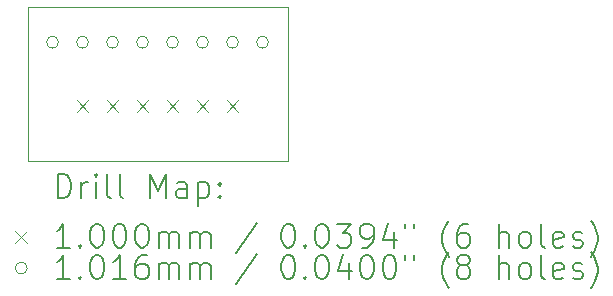
<source format=gbr>
%FSLAX45Y45*%
G04 Gerber Fmt 4.5, Leading zero omitted, Abs format (unit mm)*
G04 Created by KiCad (PCBNEW 6.0.1-79c1e3a40b~116~ubuntu20.04.1) date 2022-02-02 00:48:09*
%MOMM*%
%LPD*%
G01*
G04 APERTURE LIST*
%TA.AperFunction,Profile*%
%ADD10C,0.100000*%
%TD*%
%ADD11C,0.200000*%
%ADD12C,0.100000*%
%ADD13C,0.101600*%
G04 APERTURE END LIST*
D10*
X4813000Y-6428097D02*
X7013000Y-6428097D01*
X4812919Y-6426492D02*
X4813000Y-6428097D01*
X7012174Y-5127100D02*
X7013000Y-6428097D01*
X4813193Y-5127390D02*
X4812900Y-5128097D01*
X7012174Y-5127100D02*
X4813900Y-5127097D01*
X4812900Y-5128097D02*
X4812919Y-6426492D01*
X4813900Y-5127097D02*
X4813193Y-5127390D01*
D11*
D12*
X5226000Y-5916000D02*
X5326000Y-6016000D01*
X5326000Y-5916000D02*
X5226000Y-6016000D01*
X5480000Y-5916000D02*
X5580000Y-6016000D01*
X5580000Y-5916000D02*
X5480000Y-6016000D01*
X5734000Y-5916000D02*
X5834000Y-6016000D01*
X5834000Y-5916000D02*
X5734000Y-6016000D01*
X5988000Y-5916000D02*
X6088000Y-6016000D01*
X6088000Y-5916000D02*
X5988000Y-6016000D01*
X6242000Y-5916000D02*
X6342000Y-6016000D01*
X6342000Y-5916000D02*
X6242000Y-6016000D01*
X6496000Y-5916000D02*
X6596000Y-6016000D01*
X6596000Y-5916000D02*
X6496000Y-6016000D01*
D13*
X5072800Y-5425197D02*
G75*
G03*
X5072800Y-5425197I-50800J0D01*
G01*
X5326800Y-5425197D02*
G75*
G03*
X5326800Y-5425197I-50800J0D01*
G01*
X5580800Y-5425197D02*
G75*
G03*
X5580800Y-5425197I-50800J0D01*
G01*
X5834800Y-5425197D02*
G75*
G03*
X5834800Y-5425197I-50800J0D01*
G01*
X6088800Y-5425197D02*
G75*
G03*
X6088800Y-5425197I-50800J0D01*
G01*
X6342800Y-5425197D02*
G75*
G03*
X6342800Y-5425197I-50800J0D01*
G01*
X6596800Y-5425197D02*
G75*
G03*
X6596800Y-5425197I-50800J0D01*
G01*
X6850800Y-5425197D02*
G75*
G03*
X6850800Y-5425197I-50800J0D01*
G01*
D11*
X5065519Y-6743573D02*
X5065519Y-6543573D01*
X5113138Y-6543573D01*
X5141710Y-6553097D01*
X5160757Y-6572144D01*
X5170281Y-6591192D01*
X5179805Y-6629287D01*
X5179805Y-6657859D01*
X5170281Y-6695954D01*
X5160757Y-6715002D01*
X5141710Y-6734049D01*
X5113138Y-6743573D01*
X5065519Y-6743573D01*
X5265519Y-6743573D02*
X5265519Y-6610240D01*
X5265519Y-6648335D02*
X5275043Y-6629287D01*
X5284567Y-6619763D01*
X5303614Y-6610240D01*
X5322662Y-6610240D01*
X5389329Y-6743573D02*
X5389329Y-6610240D01*
X5389329Y-6543573D02*
X5379805Y-6553097D01*
X5389329Y-6562621D01*
X5398852Y-6553097D01*
X5389329Y-6543573D01*
X5389329Y-6562621D01*
X5513138Y-6743573D02*
X5494091Y-6734049D01*
X5484567Y-6715002D01*
X5484567Y-6543573D01*
X5617900Y-6743573D02*
X5598852Y-6734049D01*
X5589329Y-6715002D01*
X5589329Y-6543573D01*
X5846471Y-6743573D02*
X5846471Y-6543573D01*
X5913138Y-6686430D01*
X5979805Y-6543573D01*
X5979805Y-6743573D01*
X6160757Y-6743573D02*
X6160757Y-6638811D01*
X6151233Y-6619763D01*
X6132186Y-6610240D01*
X6094090Y-6610240D01*
X6075043Y-6619763D01*
X6160757Y-6734049D02*
X6141710Y-6743573D01*
X6094090Y-6743573D01*
X6075043Y-6734049D01*
X6065519Y-6715002D01*
X6065519Y-6695954D01*
X6075043Y-6676906D01*
X6094090Y-6667383D01*
X6141710Y-6667383D01*
X6160757Y-6657859D01*
X6255995Y-6610240D02*
X6255995Y-6810240D01*
X6255995Y-6619763D02*
X6275043Y-6610240D01*
X6313138Y-6610240D01*
X6332186Y-6619763D01*
X6341710Y-6629287D01*
X6351233Y-6648335D01*
X6351233Y-6705478D01*
X6341710Y-6724525D01*
X6332186Y-6734049D01*
X6313138Y-6743573D01*
X6275043Y-6743573D01*
X6255995Y-6734049D01*
X6436948Y-6724525D02*
X6446471Y-6734049D01*
X6436948Y-6743573D01*
X6427424Y-6734049D01*
X6436948Y-6724525D01*
X6436948Y-6743573D01*
X6436948Y-6619763D02*
X6446471Y-6629287D01*
X6436948Y-6638811D01*
X6427424Y-6629287D01*
X6436948Y-6619763D01*
X6436948Y-6638811D01*
D12*
X4707900Y-7023097D02*
X4807900Y-7123097D01*
X4807900Y-7023097D02*
X4707900Y-7123097D01*
D11*
X5170281Y-7163573D02*
X5055995Y-7163573D01*
X5113138Y-7163573D02*
X5113138Y-6963573D01*
X5094091Y-6992144D01*
X5075043Y-7011192D01*
X5055995Y-7020716D01*
X5255995Y-7144525D02*
X5265519Y-7154049D01*
X5255995Y-7163573D01*
X5246472Y-7154049D01*
X5255995Y-7144525D01*
X5255995Y-7163573D01*
X5389329Y-6963573D02*
X5408376Y-6963573D01*
X5427424Y-6973097D01*
X5436948Y-6982621D01*
X5446472Y-7001668D01*
X5455995Y-7039763D01*
X5455995Y-7087383D01*
X5446472Y-7125478D01*
X5436948Y-7144525D01*
X5427424Y-7154049D01*
X5408376Y-7163573D01*
X5389329Y-7163573D01*
X5370281Y-7154049D01*
X5360757Y-7144525D01*
X5351233Y-7125478D01*
X5341710Y-7087383D01*
X5341710Y-7039763D01*
X5351233Y-7001668D01*
X5360757Y-6982621D01*
X5370281Y-6973097D01*
X5389329Y-6963573D01*
X5579805Y-6963573D02*
X5598852Y-6963573D01*
X5617900Y-6973097D01*
X5627424Y-6982621D01*
X5636948Y-7001668D01*
X5646471Y-7039763D01*
X5646471Y-7087383D01*
X5636948Y-7125478D01*
X5627424Y-7144525D01*
X5617900Y-7154049D01*
X5598852Y-7163573D01*
X5579805Y-7163573D01*
X5560757Y-7154049D01*
X5551233Y-7144525D01*
X5541710Y-7125478D01*
X5532186Y-7087383D01*
X5532186Y-7039763D01*
X5541710Y-7001668D01*
X5551233Y-6982621D01*
X5560757Y-6973097D01*
X5579805Y-6963573D01*
X5770281Y-6963573D02*
X5789329Y-6963573D01*
X5808376Y-6973097D01*
X5817900Y-6982621D01*
X5827424Y-7001668D01*
X5836948Y-7039763D01*
X5836948Y-7087383D01*
X5827424Y-7125478D01*
X5817900Y-7144525D01*
X5808376Y-7154049D01*
X5789329Y-7163573D01*
X5770281Y-7163573D01*
X5751233Y-7154049D01*
X5741710Y-7144525D01*
X5732186Y-7125478D01*
X5722662Y-7087383D01*
X5722662Y-7039763D01*
X5732186Y-7001668D01*
X5741710Y-6982621D01*
X5751233Y-6973097D01*
X5770281Y-6963573D01*
X5922662Y-7163573D02*
X5922662Y-7030240D01*
X5922662Y-7049287D02*
X5932186Y-7039763D01*
X5951233Y-7030240D01*
X5979805Y-7030240D01*
X5998852Y-7039763D01*
X6008376Y-7058811D01*
X6008376Y-7163573D01*
X6008376Y-7058811D02*
X6017900Y-7039763D01*
X6036948Y-7030240D01*
X6065519Y-7030240D01*
X6084567Y-7039763D01*
X6094090Y-7058811D01*
X6094090Y-7163573D01*
X6189329Y-7163573D02*
X6189329Y-7030240D01*
X6189329Y-7049287D02*
X6198852Y-7039763D01*
X6217900Y-7030240D01*
X6246471Y-7030240D01*
X6265519Y-7039763D01*
X6275043Y-7058811D01*
X6275043Y-7163573D01*
X6275043Y-7058811D02*
X6284567Y-7039763D01*
X6303614Y-7030240D01*
X6332186Y-7030240D01*
X6351233Y-7039763D01*
X6360757Y-7058811D01*
X6360757Y-7163573D01*
X6751233Y-6954049D02*
X6579805Y-7211192D01*
X7008376Y-6963573D02*
X7027424Y-6963573D01*
X7046471Y-6973097D01*
X7055995Y-6982621D01*
X7065519Y-7001668D01*
X7075043Y-7039763D01*
X7075043Y-7087383D01*
X7065519Y-7125478D01*
X7055995Y-7144525D01*
X7046471Y-7154049D01*
X7027424Y-7163573D01*
X7008376Y-7163573D01*
X6989329Y-7154049D01*
X6979805Y-7144525D01*
X6970281Y-7125478D01*
X6960757Y-7087383D01*
X6960757Y-7039763D01*
X6970281Y-7001668D01*
X6979805Y-6982621D01*
X6989329Y-6973097D01*
X7008376Y-6963573D01*
X7160757Y-7144525D02*
X7170281Y-7154049D01*
X7160757Y-7163573D01*
X7151233Y-7154049D01*
X7160757Y-7144525D01*
X7160757Y-7163573D01*
X7294090Y-6963573D02*
X7313138Y-6963573D01*
X7332186Y-6973097D01*
X7341710Y-6982621D01*
X7351233Y-7001668D01*
X7360757Y-7039763D01*
X7360757Y-7087383D01*
X7351233Y-7125478D01*
X7341710Y-7144525D01*
X7332186Y-7154049D01*
X7313138Y-7163573D01*
X7294090Y-7163573D01*
X7275043Y-7154049D01*
X7265519Y-7144525D01*
X7255995Y-7125478D01*
X7246471Y-7087383D01*
X7246471Y-7039763D01*
X7255995Y-7001668D01*
X7265519Y-6982621D01*
X7275043Y-6973097D01*
X7294090Y-6963573D01*
X7427424Y-6963573D02*
X7551233Y-6963573D01*
X7484567Y-7039763D01*
X7513138Y-7039763D01*
X7532186Y-7049287D01*
X7541710Y-7058811D01*
X7551233Y-7077859D01*
X7551233Y-7125478D01*
X7541710Y-7144525D01*
X7532186Y-7154049D01*
X7513138Y-7163573D01*
X7455995Y-7163573D01*
X7436948Y-7154049D01*
X7427424Y-7144525D01*
X7646471Y-7163573D02*
X7684567Y-7163573D01*
X7703614Y-7154049D01*
X7713138Y-7144525D01*
X7732186Y-7115954D01*
X7741710Y-7077859D01*
X7741710Y-7001668D01*
X7732186Y-6982621D01*
X7722662Y-6973097D01*
X7703614Y-6963573D01*
X7665519Y-6963573D01*
X7646471Y-6973097D01*
X7636948Y-6982621D01*
X7627424Y-7001668D01*
X7627424Y-7049287D01*
X7636948Y-7068335D01*
X7646471Y-7077859D01*
X7665519Y-7087383D01*
X7703614Y-7087383D01*
X7722662Y-7077859D01*
X7732186Y-7068335D01*
X7741710Y-7049287D01*
X7913138Y-7030240D02*
X7913138Y-7163573D01*
X7865519Y-6954049D02*
X7817900Y-7096906D01*
X7941710Y-7096906D01*
X8008376Y-6963573D02*
X8008376Y-7001668D01*
X8084567Y-6963573D02*
X8084567Y-7001668D01*
X8379805Y-7239763D02*
X8370281Y-7230240D01*
X8351233Y-7201668D01*
X8341710Y-7182621D01*
X8332186Y-7154049D01*
X8322662Y-7106430D01*
X8322662Y-7068335D01*
X8332186Y-7020716D01*
X8341710Y-6992144D01*
X8351233Y-6973097D01*
X8370281Y-6944525D01*
X8379805Y-6935002D01*
X8541710Y-6963573D02*
X8503614Y-6963573D01*
X8484567Y-6973097D01*
X8475043Y-6982621D01*
X8455995Y-7011192D01*
X8446472Y-7049287D01*
X8446472Y-7125478D01*
X8455995Y-7144525D01*
X8465519Y-7154049D01*
X8484567Y-7163573D01*
X8522662Y-7163573D01*
X8541710Y-7154049D01*
X8551233Y-7144525D01*
X8560757Y-7125478D01*
X8560757Y-7077859D01*
X8551233Y-7058811D01*
X8541710Y-7049287D01*
X8522662Y-7039763D01*
X8484567Y-7039763D01*
X8465519Y-7049287D01*
X8455995Y-7058811D01*
X8446472Y-7077859D01*
X8798852Y-7163573D02*
X8798852Y-6963573D01*
X8884567Y-7163573D02*
X8884567Y-7058811D01*
X8875043Y-7039763D01*
X8855995Y-7030240D01*
X8827424Y-7030240D01*
X8808376Y-7039763D01*
X8798852Y-7049287D01*
X9008376Y-7163573D02*
X8989329Y-7154049D01*
X8979805Y-7144525D01*
X8970281Y-7125478D01*
X8970281Y-7068335D01*
X8979805Y-7049287D01*
X8989329Y-7039763D01*
X9008376Y-7030240D01*
X9036948Y-7030240D01*
X9055995Y-7039763D01*
X9065519Y-7049287D01*
X9075043Y-7068335D01*
X9075043Y-7125478D01*
X9065519Y-7144525D01*
X9055995Y-7154049D01*
X9036948Y-7163573D01*
X9008376Y-7163573D01*
X9189329Y-7163573D02*
X9170281Y-7154049D01*
X9160757Y-7135002D01*
X9160757Y-6963573D01*
X9341710Y-7154049D02*
X9322662Y-7163573D01*
X9284567Y-7163573D01*
X9265519Y-7154049D01*
X9255995Y-7135002D01*
X9255995Y-7058811D01*
X9265519Y-7039763D01*
X9284567Y-7030240D01*
X9322662Y-7030240D01*
X9341710Y-7039763D01*
X9351233Y-7058811D01*
X9351233Y-7077859D01*
X9255995Y-7096906D01*
X9427424Y-7154049D02*
X9446472Y-7163573D01*
X9484567Y-7163573D01*
X9503614Y-7154049D01*
X9513138Y-7135002D01*
X9513138Y-7125478D01*
X9503614Y-7106430D01*
X9484567Y-7096906D01*
X9455995Y-7096906D01*
X9436948Y-7087383D01*
X9427424Y-7068335D01*
X9427424Y-7058811D01*
X9436948Y-7039763D01*
X9455995Y-7030240D01*
X9484567Y-7030240D01*
X9503614Y-7039763D01*
X9579805Y-7239763D02*
X9589329Y-7230240D01*
X9608376Y-7201668D01*
X9617900Y-7182621D01*
X9627424Y-7154049D01*
X9636948Y-7106430D01*
X9636948Y-7068335D01*
X9627424Y-7020716D01*
X9617900Y-6992144D01*
X9608376Y-6973097D01*
X9589329Y-6944525D01*
X9579805Y-6935002D01*
D13*
X4807900Y-7337097D02*
G75*
G03*
X4807900Y-7337097I-50800J0D01*
G01*
D11*
X5170281Y-7427573D02*
X5055995Y-7427573D01*
X5113138Y-7427573D02*
X5113138Y-7227573D01*
X5094091Y-7256144D01*
X5075043Y-7275192D01*
X5055995Y-7284716D01*
X5255995Y-7408525D02*
X5265519Y-7418049D01*
X5255995Y-7427573D01*
X5246472Y-7418049D01*
X5255995Y-7408525D01*
X5255995Y-7427573D01*
X5389329Y-7227573D02*
X5408376Y-7227573D01*
X5427424Y-7237097D01*
X5436948Y-7246621D01*
X5446472Y-7265668D01*
X5455995Y-7303763D01*
X5455995Y-7351383D01*
X5446472Y-7389478D01*
X5436948Y-7408525D01*
X5427424Y-7418049D01*
X5408376Y-7427573D01*
X5389329Y-7427573D01*
X5370281Y-7418049D01*
X5360757Y-7408525D01*
X5351233Y-7389478D01*
X5341710Y-7351383D01*
X5341710Y-7303763D01*
X5351233Y-7265668D01*
X5360757Y-7246621D01*
X5370281Y-7237097D01*
X5389329Y-7227573D01*
X5646471Y-7427573D02*
X5532186Y-7427573D01*
X5589329Y-7427573D02*
X5589329Y-7227573D01*
X5570281Y-7256144D01*
X5551233Y-7275192D01*
X5532186Y-7284716D01*
X5817900Y-7227573D02*
X5779805Y-7227573D01*
X5760757Y-7237097D01*
X5751233Y-7246621D01*
X5732186Y-7275192D01*
X5722662Y-7313287D01*
X5722662Y-7389478D01*
X5732186Y-7408525D01*
X5741710Y-7418049D01*
X5760757Y-7427573D01*
X5798852Y-7427573D01*
X5817900Y-7418049D01*
X5827424Y-7408525D01*
X5836948Y-7389478D01*
X5836948Y-7341859D01*
X5827424Y-7322811D01*
X5817900Y-7313287D01*
X5798852Y-7303763D01*
X5760757Y-7303763D01*
X5741710Y-7313287D01*
X5732186Y-7322811D01*
X5722662Y-7341859D01*
X5922662Y-7427573D02*
X5922662Y-7294240D01*
X5922662Y-7313287D02*
X5932186Y-7303763D01*
X5951233Y-7294240D01*
X5979805Y-7294240D01*
X5998852Y-7303763D01*
X6008376Y-7322811D01*
X6008376Y-7427573D01*
X6008376Y-7322811D02*
X6017900Y-7303763D01*
X6036948Y-7294240D01*
X6065519Y-7294240D01*
X6084567Y-7303763D01*
X6094090Y-7322811D01*
X6094090Y-7427573D01*
X6189329Y-7427573D02*
X6189329Y-7294240D01*
X6189329Y-7313287D02*
X6198852Y-7303763D01*
X6217900Y-7294240D01*
X6246471Y-7294240D01*
X6265519Y-7303763D01*
X6275043Y-7322811D01*
X6275043Y-7427573D01*
X6275043Y-7322811D02*
X6284567Y-7303763D01*
X6303614Y-7294240D01*
X6332186Y-7294240D01*
X6351233Y-7303763D01*
X6360757Y-7322811D01*
X6360757Y-7427573D01*
X6751233Y-7218049D02*
X6579805Y-7475192D01*
X7008376Y-7227573D02*
X7027424Y-7227573D01*
X7046471Y-7237097D01*
X7055995Y-7246621D01*
X7065519Y-7265668D01*
X7075043Y-7303763D01*
X7075043Y-7351383D01*
X7065519Y-7389478D01*
X7055995Y-7408525D01*
X7046471Y-7418049D01*
X7027424Y-7427573D01*
X7008376Y-7427573D01*
X6989329Y-7418049D01*
X6979805Y-7408525D01*
X6970281Y-7389478D01*
X6960757Y-7351383D01*
X6960757Y-7303763D01*
X6970281Y-7265668D01*
X6979805Y-7246621D01*
X6989329Y-7237097D01*
X7008376Y-7227573D01*
X7160757Y-7408525D02*
X7170281Y-7418049D01*
X7160757Y-7427573D01*
X7151233Y-7418049D01*
X7160757Y-7408525D01*
X7160757Y-7427573D01*
X7294090Y-7227573D02*
X7313138Y-7227573D01*
X7332186Y-7237097D01*
X7341710Y-7246621D01*
X7351233Y-7265668D01*
X7360757Y-7303763D01*
X7360757Y-7351383D01*
X7351233Y-7389478D01*
X7341710Y-7408525D01*
X7332186Y-7418049D01*
X7313138Y-7427573D01*
X7294090Y-7427573D01*
X7275043Y-7418049D01*
X7265519Y-7408525D01*
X7255995Y-7389478D01*
X7246471Y-7351383D01*
X7246471Y-7303763D01*
X7255995Y-7265668D01*
X7265519Y-7246621D01*
X7275043Y-7237097D01*
X7294090Y-7227573D01*
X7532186Y-7294240D02*
X7532186Y-7427573D01*
X7484567Y-7218049D02*
X7436948Y-7360906D01*
X7560757Y-7360906D01*
X7675043Y-7227573D02*
X7694090Y-7227573D01*
X7713138Y-7237097D01*
X7722662Y-7246621D01*
X7732186Y-7265668D01*
X7741710Y-7303763D01*
X7741710Y-7351383D01*
X7732186Y-7389478D01*
X7722662Y-7408525D01*
X7713138Y-7418049D01*
X7694090Y-7427573D01*
X7675043Y-7427573D01*
X7655995Y-7418049D01*
X7646471Y-7408525D01*
X7636948Y-7389478D01*
X7627424Y-7351383D01*
X7627424Y-7303763D01*
X7636948Y-7265668D01*
X7646471Y-7246621D01*
X7655995Y-7237097D01*
X7675043Y-7227573D01*
X7865519Y-7227573D02*
X7884567Y-7227573D01*
X7903614Y-7237097D01*
X7913138Y-7246621D01*
X7922662Y-7265668D01*
X7932186Y-7303763D01*
X7932186Y-7351383D01*
X7922662Y-7389478D01*
X7913138Y-7408525D01*
X7903614Y-7418049D01*
X7884567Y-7427573D01*
X7865519Y-7427573D01*
X7846471Y-7418049D01*
X7836948Y-7408525D01*
X7827424Y-7389478D01*
X7817900Y-7351383D01*
X7817900Y-7303763D01*
X7827424Y-7265668D01*
X7836948Y-7246621D01*
X7846471Y-7237097D01*
X7865519Y-7227573D01*
X8008376Y-7227573D02*
X8008376Y-7265668D01*
X8084567Y-7227573D02*
X8084567Y-7265668D01*
X8379805Y-7503763D02*
X8370281Y-7494240D01*
X8351233Y-7465668D01*
X8341710Y-7446621D01*
X8332186Y-7418049D01*
X8322662Y-7370430D01*
X8322662Y-7332335D01*
X8332186Y-7284716D01*
X8341710Y-7256144D01*
X8351233Y-7237097D01*
X8370281Y-7208525D01*
X8379805Y-7199002D01*
X8484567Y-7313287D02*
X8465519Y-7303763D01*
X8455995Y-7294240D01*
X8446472Y-7275192D01*
X8446472Y-7265668D01*
X8455995Y-7246621D01*
X8465519Y-7237097D01*
X8484567Y-7227573D01*
X8522662Y-7227573D01*
X8541710Y-7237097D01*
X8551233Y-7246621D01*
X8560757Y-7265668D01*
X8560757Y-7275192D01*
X8551233Y-7294240D01*
X8541710Y-7303763D01*
X8522662Y-7313287D01*
X8484567Y-7313287D01*
X8465519Y-7322811D01*
X8455995Y-7332335D01*
X8446472Y-7351383D01*
X8446472Y-7389478D01*
X8455995Y-7408525D01*
X8465519Y-7418049D01*
X8484567Y-7427573D01*
X8522662Y-7427573D01*
X8541710Y-7418049D01*
X8551233Y-7408525D01*
X8560757Y-7389478D01*
X8560757Y-7351383D01*
X8551233Y-7332335D01*
X8541710Y-7322811D01*
X8522662Y-7313287D01*
X8798852Y-7427573D02*
X8798852Y-7227573D01*
X8884567Y-7427573D02*
X8884567Y-7322811D01*
X8875043Y-7303763D01*
X8855995Y-7294240D01*
X8827424Y-7294240D01*
X8808376Y-7303763D01*
X8798852Y-7313287D01*
X9008376Y-7427573D02*
X8989329Y-7418049D01*
X8979805Y-7408525D01*
X8970281Y-7389478D01*
X8970281Y-7332335D01*
X8979805Y-7313287D01*
X8989329Y-7303763D01*
X9008376Y-7294240D01*
X9036948Y-7294240D01*
X9055995Y-7303763D01*
X9065519Y-7313287D01*
X9075043Y-7332335D01*
X9075043Y-7389478D01*
X9065519Y-7408525D01*
X9055995Y-7418049D01*
X9036948Y-7427573D01*
X9008376Y-7427573D01*
X9189329Y-7427573D02*
X9170281Y-7418049D01*
X9160757Y-7399002D01*
X9160757Y-7227573D01*
X9341710Y-7418049D02*
X9322662Y-7427573D01*
X9284567Y-7427573D01*
X9265519Y-7418049D01*
X9255995Y-7399002D01*
X9255995Y-7322811D01*
X9265519Y-7303763D01*
X9284567Y-7294240D01*
X9322662Y-7294240D01*
X9341710Y-7303763D01*
X9351233Y-7322811D01*
X9351233Y-7341859D01*
X9255995Y-7360906D01*
X9427424Y-7418049D02*
X9446472Y-7427573D01*
X9484567Y-7427573D01*
X9503614Y-7418049D01*
X9513138Y-7399002D01*
X9513138Y-7389478D01*
X9503614Y-7370430D01*
X9484567Y-7360906D01*
X9455995Y-7360906D01*
X9436948Y-7351383D01*
X9427424Y-7332335D01*
X9427424Y-7322811D01*
X9436948Y-7303763D01*
X9455995Y-7294240D01*
X9484567Y-7294240D01*
X9503614Y-7303763D01*
X9579805Y-7503763D02*
X9589329Y-7494240D01*
X9608376Y-7465668D01*
X9617900Y-7446621D01*
X9627424Y-7418049D01*
X9636948Y-7370430D01*
X9636948Y-7332335D01*
X9627424Y-7284716D01*
X9617900Y-7256144D01*
X9608376Y-7237097D01*
X9589329Y-7208525D01*
X9579805Y-7199002D01*
M02*

</source>
